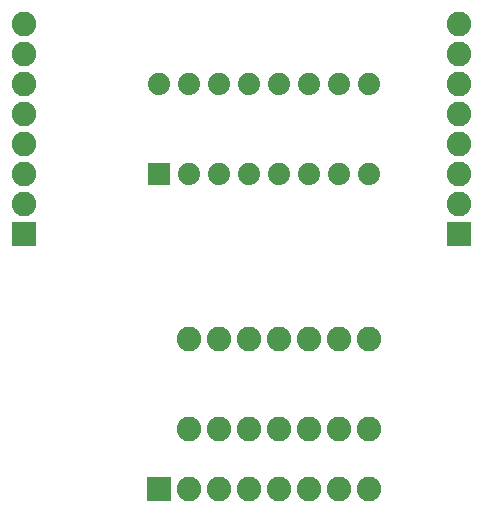
<source format=gts>
G75*
G70*
%OFA0B0*%
%FSLAX24Y24*%
%IPPOS*%
%LPD*%
%AMOC8*
5,1,8,0,0,1.08239X$1,22.5*
%
%ADD10R,0.0740X0.0740*%
%ADD11C,0.0740*%
%ADD12C,0.0820*%
%ADD13R,0.0820X0.0820*%
D10*
X009601Y013101D03*
D11*
X010601Y013101D03*
X011601Y013101D03*
X012601Y013101D03*
X013601Y013101D03*
X014601Y013101D03*
X015601Y013101D03*
X016601Y013101D03*
X016601Y016101D03*
X015601Y016101D03*
X014601Y016101D03*
X013601Y016101D03*
X012601Y016101D03*
X011601Y016101D03*
X010601Y016101D03*
X009601Y016101D03*
D12*
X005101Y016101D03*
X005101Y015101D03*
X005101Y014101D03*
X005101Y013101D03*
X005101Y012101D03*
X010601Y007601D03*
X011601Y007601D03*
X012601Y007601D03*
X013601Y007601D03*
X014601Y007601D03*
X015601Y007601D03*
X016601Y007601D03*
X016601Y004601D03*
X015601Y004601D03*
X014601Y004601D03*
X013601Y004601D03*
X012601Y004601D03*
X011601Y004601D03*
X010601Y004601D03*
X010601Y002601D03*
X011601Y002601D03*
X012601Y002601D03*
X013601Y002601D03*
X014601Y002601D03*
X015601Y002601D03*
X016601Y002601D03*
X019601Y012101D03*
X019601Y013101D03*
X019601Y014101D03*
X019601Y015101D03*
X019601Y016101D03*
X019601Y017101D03*
X019601Y018101D03*
X005101Y018101D03*
X005101Y017101D03*
D13*
X009601Y002601D03*
X005101Y011101D03*
X019601Y011101D03*
M02*

</source>
